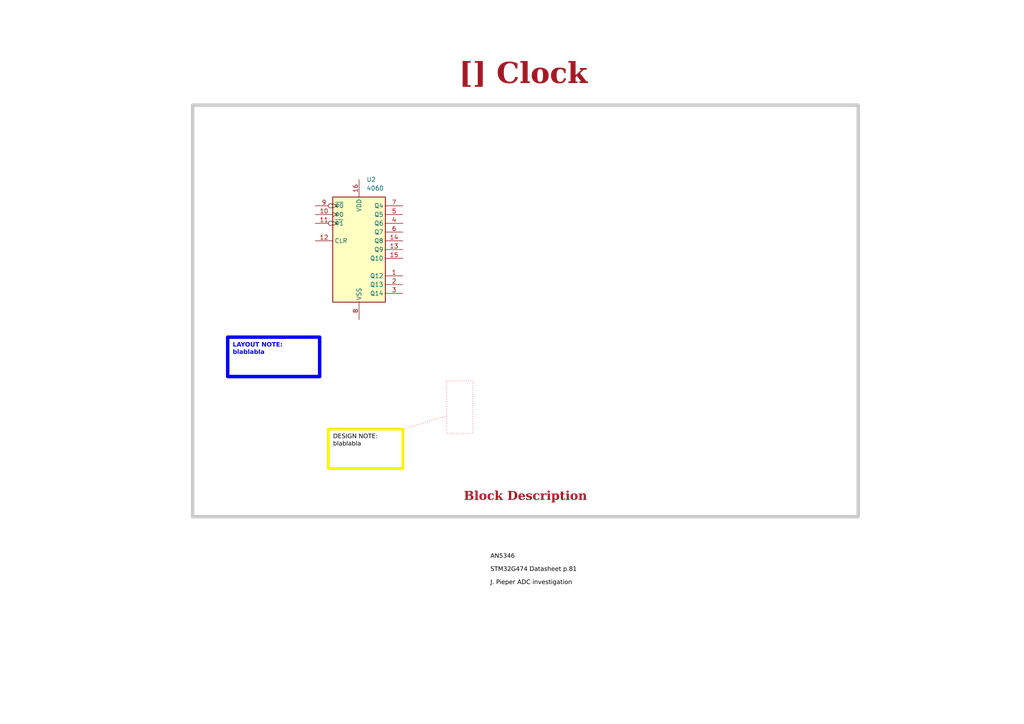
<source format=kicad_sch>
(kicad_sch (version 20250114) (generator "eeschema") (generator_version "9.0")
  (paper "A4")
  (title_block (title "Clock") (date "2025-01-12") (rev "${REVISION}") (company "${COMPANY}"))
  (lib_symbols
    (symbol "4xxx:4060"
      (property "Reference" "U" (at 5.08 16.51 0))
      (property "Value" "4060" (at 6.35 -16.51 0))
      (symbol "4060_1_0"
        (pin input inverted_clock (at -12.7 12.7 0) (length 5.08) (name "~{Φ0}") (number "9"))
        (pin input clock (at -12.7 10.16 0) (length 5.08) (name "Φ0") (number "10"))
        (pin input inverted_clock (at -12.7 7.62 0) (length 5.08) (name "~{Φ1}") (number "11"))
        (pin input line (at -12.7 2.54 0) (length 5.08) (name "CLR") (number "12"))
        (pin power_in line (at 0 20.32 270) (length 5.08) (name "VDD") (number "16"))
        (pin power_in line (at 0 -20.32 90) (length 5.08) (name "VSS") (number "8"))
        (pin output line (at 12.7 12.7 180) (length 5.08) (name "Q4") (number "7"))
        (pin output line (at 12.7 10.16 180) (length 5.08) (name "Q5") (number "5"))
        (pin output line (at 12.7 7.62 180) (length 5.08) (name "Q6") (number "4"))
        (pin output line (at 12.7 5.08 180) (length 5.08) (name "Q7") (number "6"))
        (pin output line (at 12.7 2.54 180) (length 5.08) (name "Q8") (number "14"))
        (pin output line (at 12.7 0 180) (length 5.08) (name "Q9") (number "13"))
        (pin output line (at 12.7 -2.54 180) (length 5.08) (name "Q10") (number "15"))
        (pin output line (at 12.7 -7.62 180) (length 5.08) (name "Q12") (number "1"))
        (pin output line (at 12.7 -10.16 180) (length 5.08) (name "Q13") (number "2"))
        (pin output line (at 12.7 -12.7 180) (length 5.08) (name "Q14") (number "3"))
      )
      (symbol "4060_1_1"
        (rectangle (start -7.62 15.24) (end 7.62 -15.24) (stroke (width 0.254)) (fill (type background)))
      )
    )
  )
  (rectangle (start 129.54 110.49) (end 137.16 125.73) (stroke (width 0) (type dot) (color 255 0 0 1)))
  (rectangle (start 55.88 30.48) (end 248.92 149.86) (stroke (width 1) (color 200 200 200 1)))
  (text "J. Pieper ADC investigation" (at 142.24 170.18 0) (effects (font (size 1.27 1.27)) (justify left bottom)))
  (text "STM32G474 Datasheet p.81" (at 142.24 166.37 0) (effects (font (size 1.27 1.27)) (justify left bottom)))
  (text "AN5346" (at 142.24 162.56 0) (effects (font (size 1.27 1.27)) (justify left bottom)))
  (text_box "LAYOUT NOTE:\nblablabla" (at 66.04 97.79 0) (size 26.67 11.43) (margins 1.4525 1.4525 1.4525 1.4525) (stroke (width 1) (color 0 0 255 1)) (effects (font (size 1.27 1.27) (thickness 0.4) (bold yes)) (justify left top)))
  (text_box "[${#}] ${TITLE}" (at 115.57 15.24 0) (size 72.39 12.7) (margins 4.4999 4.4999 4.4999 4.4999) (stroke (width -0.0001)) (effects (font (size 6 6) (thickness 1.2) (bold yes))))
  (text_box "Block Description" (at 57.15 139.7 0) (size 190.5 7.62) (margins 1.9049 1.9049 1.9049 1.9049) (stroke (width -0.0001)) (effects (font (size 2.54 2.54) (thickness 0.508) (bold yes)) (justify bottom)))
  (text_box "DESIGN NOTE:\nblablabla" (at 95.25 124.46 0) (size 21.59 11.43) (margins 1.3525 1.3525 1.3525 1.3525) (stroke (width 0.8) (color 250 236 0 1)) (effects (font (size 1.27 1.27)) (justify left top)))
  (polyline (pts (xy 129.54 120.65) (xy 116.84 124.46)) (stroke (width 0) (type dot) (color 255 0 0 1)))
  (symbol (lib_id "4xxx:4060") (at 104.14 72.39 0) (unit 1)
    (property "Reference" "U2" (at 106.2833 52.07 0) (effects (justify left)))
    (property "Value" "4060" (at 106.2833 54.61 0) (effects (justify left)))
    (property "Datasheet" "https://www.st.com/resource/en/datasheet/m74hc4060.pdf" (effects (hide yes)))
    (property "Description" "Binary counter (14-stages) and oscillator" (effects (hide yes)))
  )
)
</source>
